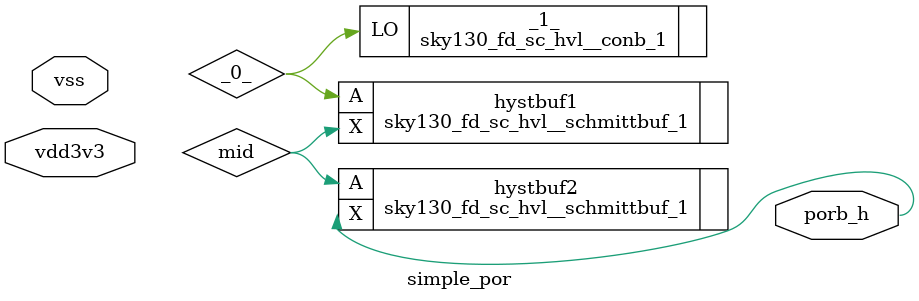
<source format=v>
/* Generated by Yosys 0.9+3621 (git sha1 84e9fa7, gcc 8.3.1 -fPIC -Os) */

module simple_por(vdd3v3, vss, porb_h);
  wire _0_;
  wire mid;
  output porb_h;
  input vdd3v3;
  input vss;
  sky130_fd_sc_hvl__conb_1 _1_ (
    .LO(_0_)
  );
  sky130_fd_sc_hvl__schmittbuf_1 hystbuf1 (
    .A(_0_),
    .X(mid)
  );
  sky130_fd_sc_hvl__schmittbuf_1 hystbuf2 (
    .A(mid),
    .X(porb_h)
  );
endmodule

</source>
